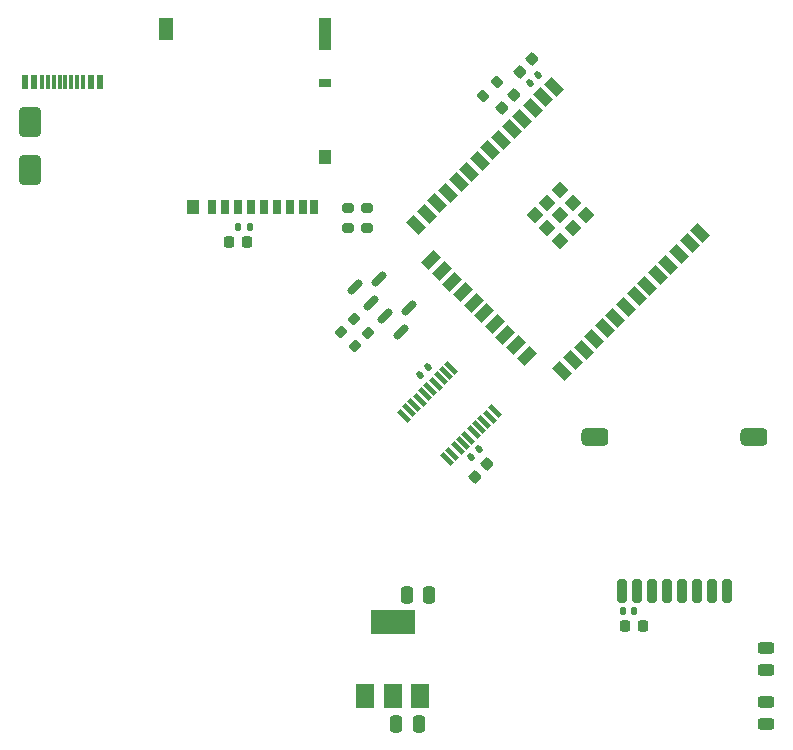
<source format=gbr>
%TF.GenerationSoftware,KiCad,Pcbnew,(7.0.0)*%
%TF.CreationDate,2023-02-28T21:09:02-08:00*%
%TF.ProjectId,daq-wireless,6461712d-7769-4726-956c-6573732e6b69,rev?*%
%TF.SameCoordinates,Original*%
%TF.FileFunction,Paste,Top*%
%TF.FilePolarity,Positive*%
%FSLAX46Y46*%
G04 Gerber Fmt 4.6, Leading zero omitted, Abs format (unit mm)*
G04 Created by KiCad (PCBNEW (7.0.0)) date 2023-02-28 21:09:02*
%MOMM*%
%LPD*%
G01*
G04 APERTURE LIST*
G04 Aperture macros list*
%AMRoundRect*
0 Rectangle with rounded corners*
0 $1 Rounding radius*
0 $2 $3 $4 $5 $6 $7 $8 $9 X,Y pos of 4 corners*
0 Add a 4 corners polygon primitive as box body*
4,1,4,$2,$3,$4,$5,$6,$7,$8,$9,$2,$3,0*
0 Add four circle primitives for the rounded corners*
1,1,$1+$1,$2,$3*
1,1,$1+$1,$4,$5*
1,1,$1+$1,$6,$7*
1,1,$1+$1,$8,$9*
0 Add four rect primitives between the rounded corners*
20,1,$1+$1,$2,$3,$4,$5,0*
20,1,$1+$1,$4,$5,$6,$7,0*
20,1,$1+$1,$6,$7,$8,$9,0*
20,1,$1+$1,$8,$9,$2,$3,0*%
%AMRotRect*
0 Rectangle, with rotation*
0 The origin of the aperture is its center*
0 $1 length*
0 $2 width*
0 $3 Rotation angle, in degrees counterclockwise*
0 Add horizontal line*
21,1,$1,$2,0,0,$3*%
G04 Aperture macros list end*
%ADD10RoundRect,0.140000X0.021213X-0.219203X0.219203X-0.021213X-0.021213X0.219203X-0.219203X0.021213X0*%
%ADD11RoundRect,0.140000X-0.140000X-0.170000X0.140000X-0.170000X0.140000X0.170000X-0.140000X0.170000X0*%
%ADD12RoundRect,0.150000X-0.309359X-0.521491X0.521491X0.309359X0.309359X0.521491X-0.521491X-0.309359X0*%
%ADD13RotRect,1.200000X0.400000X315.000000*%
%ADD14RoundRect,0.140000X-0.021213X0.219203X-0.219203X0.021213X0.021213X-0.219203X0.219203X-0.021213X0*%
%ADD15RoundRect,0.250000X0.250000X0.475000X-0.250000X0.475000X-0.250000X-0.475000X0.250000X-0.475000X0*%
%ADD16RoundRect,0.200000X-0.275000X0.200000X-0.275000X-0.200000X0.275000X-0.200000X0.275000X0.200000X0*%
%ADD17RotRect,1.500000X0.900000X315.000000*%
%ADD18RotRect,1.500000X0.900000X45.000000*%
%ADD19RotRect,1.050000X1.050000X315.000000*%
%ADD20RoundRect,0.225000X0.017678X-0.335876X0.335876X-0.017678X-0.017678X0.335876X-0.335876X0.017678X0*%
%ADD21RoundRect,0.250000X0.650000X-1.000000X0.650000X1.000000X-0.650000X1.000000X-0.650000X-1.000000X0*%
%ADD22RoundRect,0.200000X0.053033X-0.335876X0.335876X-0.053033X-0.053033X0.335876X-0.335876X0.053033X0*%
%ADD23RoundRect,0.243750X-0.456250X0.243750X-0.456250X-0.243750X0.456250X-0.243750X0.456250X0.243750X0*%
%ADD24RoundRect,0.225000X-0.225000X-0.250000X0.225000X-0.250000X0.225000X0.250000X-0.225000X0.250000X0*%
%ADD25RoundRect,0.225000X-0.017678X0.335876X-0.335876X0.017678X0.017678X-0.335876X0.335876X-0.017678X0*%
%ADD26RoundRect,0.140000X0.140000X0.170000X-0.140000X0.170000X-0.140000X-0.170000X0.140000X-0.170000X0*%
%ADD27R,0.600000X1.150000*%
%ADD28R,0.300000X1.150000*%
%ADD29RoundRect,0.200000X-0.335876X-0.053033X-0.053033X-0.335876X0.335876X0.053033X0.053033X0.335876X0*%
%ADD30RoundRect,0.200000X0.335876X0.053033X0.053033X0.335876X-0.335876X-0.053033X-0.053033X-0.335876X0*%
%ADD31RoundRect,0.200000X-0.200000X-0.800000X0.200000X-0.800000X0.200000X0.800000X-0.200000X0.800000X0*%
%ADD32RoundRect,0.375000X0.768000X0.375000X-0.768000X0.375000X-0.768000X-0.375000X0.768000X-0.375000X0*%
%ADD33R,1.500000X2.000000*%
%ADD34R,3.800000X2.000000*%
%ADD35RoundRect,0.200000X0.275000X-0.200000X0.275000X0.200000X-0.275000X0.200000X-0.275000X-0.200000X0*%
%ADD36R,0.700000X1.200000*%
%ADD37R,1.000000X0.800000*%
%ADD38R,1.000000X1.200000*%
%ADD39R,1.000000X2.800000*%
%ADD40R,1.300000X1.900000*%
%ADD41RoundRect,0.250000X-0.250000X-0.475000X0.250000X-0.475000X0.250000X0.475000X-0.250000X0.475000X0*%
%ADD42RoundRect,0.225000X0.225000X0.250000X-0.225000X0.250000X-0.225000X-0.250000X0.225000X-0.250000X0*%
G04 APERTURE END LIST*
D10*
%TO.C,C7*%
X154219589Y-53806411D03*
X154898411Y-53127589D03*
%TD*%
D11*
%TO.C,C14*%
X162108000Y-98552000D03*
X163068000Y-98552000D03*
%TD*%
D12*
%TO.C,Q2*%
X142020423Y-73552074D03*
X143363926Y-74895577D03*
X144018000Y-72898000D03*
%TD*%
D13*
%TO.C,U3*%
X147607121Y-77956967D03*
X147158108Y-78405980D03*
X146709095Y-78854992D03*
X146260083Y-79304005D03*
X145811070Y-79753018D03*
X145362057Y-80202031D03*
X144913044Y-80651044D03*
X144464031Y-81100056D03*
X144015019Y-81549069D03*
X143566006Y-81998082D03*
X147242961Y-85675037D03*
X147691974Y-85226024D03*
X148140987Y-84777012D03*
X148589999Y-84327999D03*
X149039012Y-83878986D03*
X149488025Y-83429973D03*
X149937038Y-82980960D03*
X150386051Y-82531948D03*
X150835063Y-82082935D03*
X151284076Y-81633922D03*
%TD*%
D14*
%TO.C,C3*%
X149945411Y-84836000D03*
X149266589Y-85514822D03*
%TD*%
D15*
%TO.C,C4*%
X144841000Y-108077000D03*
X142941000Y-108077000D03*
%TD*%
D16*
%TO.C,R9*%
X140462000Y-64453000D03*
X140462000Y-66103000D03*
%TD*%
D17*
%TO.C,U1*%
X156299682Y-54155579D03*
X155401656Y-55053604D03*
X154503630Y-55951630D03*
X153605605Y-56849656D03*
X152707579Y-57747681D03*
X151809554Y-58645707D03*
X150911528Y-59543732D03*
X150013502Y-60441758D03*
X149115477Y-61339784D03*
X148217451Y-62237809D03*
X147319425Y-63135835D03*
X146421400Y-64033860D03*
X145523374Y-64931886D03*
X144625349Y-65829912D03*
D18*
X145891070Y-68863400D03*
X146789095Y-69761425D03*
X147687121Y-70659451D03*
X148585147Y-71557477D03*
X149483172Y-72455502D03*
X150381198Y-73353528D03*
X151279223Y-74251553D03*
X152177249Y-75149579D03*
X153075275Y-76047605D03*
X153973300Y-76945630D03*
D17*
X156999717Y-78204280D03*
X157897743Y-77306255D03*
X158795769Y-76408229D03*
X159693794Y-75510204D03*
X160591820Y-74612178D03*
X161489845Y-73714152D03*
X162387871Y-72816127D03*
X163285897Y-71918101D03*
X164183922Y-71020075D03*
X165081948Y-70122050D03*
X165979973Y-69224024D03*
X166877999Y-68325999D03*
X167776025Y-67427973D03*
X168674050Y-66529947D03*
D19*
X156815870Y-62895419D03*
X155737532Y-63973756D03*
X154659194Y-65052094D03*
X157894207Y-63973756D03*
X156815870Y-65052094D03*
X155737532Y-66130432D03*
X158972545Y-65052094D03*
X157894207Y-66130432D03*
X156815870Y-67208770D03*
%TD*%
D20*
%TO.C,C6*%
X153375992Y-52872008D03*
X154472008Y-51775992D03*
%TD*%
D21*
%TO.C,D1*%
X111887000Y-61182000D03*
X111887000Y-57182000D03*
%TD*%
D22*
%TO.C,R7*%
X150292637Y-54939363D03*
X151459363Y-53772637D03*
%TD*%
D23*
%TO.C,D3*%
X174244000Y-106250500D03*
X174244000Y-108125500D03*
%TD*%
D24*
%TO.C,C15*%
X162280000Y-99822000D03*
X163830000Y-99822000D03*
%TD*%
D25*
%TO.C,C10*%
X152948008Y-54823992D03*
X151851992Y-55920008D03*
%TD*%
D26*
%TO.C,C9*%
X130528000Y-66040000D03*
X129568000Y-66040000D03*
%TD*%
D23*
%TO.C,D2*%
X174244000Y-101678500D03*
X174244000Y-103553500D03*
%TD*%
D27*
%TO.C,J3*%
X117878999Y-53776999D03*
X117078999Y-53776999D03*
D28*
X115928999Y-53776999D03*
X114928999Y-53776999D03*
X114428999Y-53776999D03*
X113428999Y-53776999D03*
D27*
X112278999Y-53776999D03*
X111478999Y-53776999D03*
X111478999Y-53776999D03*
X112278999Y-53776999D03*
D28*
X112928999Y-53776999D03*
X113928999Y-53776999D03*
X115428999Y-53776999D03*
X116428999Y-53776999D03*
D27*
X117078999Y-53776999D03*
X117878999Y-53776999D03*
%TD*%
D29*
%TO.C,R1*%
X138293007Y-74916268D03*
X139459733Y-76082994D03*
%TD*%
D30*
%TO.C,R4*%
X140537363Y-75005363D03*
X139370637Y-73838637D03*
%TD*%
D14*
%TO.C,C1*%
X145627411Y-77892589D03*
X144948589Y-78571411D03*
%TD*%
D31*
%TO.C,U4*%
X162038000Y-96820000D03*
X163308000Y-96820000D03*
X164578000Y-96820000D03*
X165848000Y-96820000D03*
X167118000Y-96820000D03*
X168388000Y-96820000D03*
X169658000Y-96820000D03*
X170928000Y-96820000D03*
D32*
X173228000Y-83820000D03*
X159728000Y-83820000D03*
%TD*%
D12*
%TO.C,Q1*%
X139450443Y-71093110D03*
X140793946Y-72436613D03*
X141448020Y-70439036D03*
%TD*%
D33*
%TO.C,U2*%
X140320999Y-105765999D03*
X142620999Y-105765999D03*
D34*
X142620999Y-99465999D03*
D33*
X144920999Y-105765999D03*
%TD*%
D35*
%TO.C,R8*%
X138811000Y-66103000D03*
X138811000Y-64453000D03*
%TD*%
D36*
%TO.C,J2*%
X127302999Y-64366999D03*
X128402999Y-64366999D03*
X129502999Y-64366999D03*
X130602999Y-64366999D03*
X131702999Y-64366999D03*
X132802999Y-64366999D03*
X133902999Y-64366999D03*
X135002999Y-64366999D03*
X135952999Y-64366999D03*
D37*
X136902999Y-53866999D03*
D38*
X136902999Y-60066999D03*
D39*
X136902999Y-49716999D03*
D38*
X125752999Y-64366999D03*
D40*
X123402999Y-49266999D03*
%TD*%
D41*
%TO.C,C5*%
X143830000Y-97155000D03*
X145730000Y-97155000D03*
%TD*%
D25*
%TO.C,C2*%
X150662008Y-86065992D03*
X149565992Y-87162008D03*
%TD*%
D42*
%TO.C,C8*%
X130315000Y-67310000D03*
X128765000Y-67310000D03*
%TD*%
M02*

</source>
